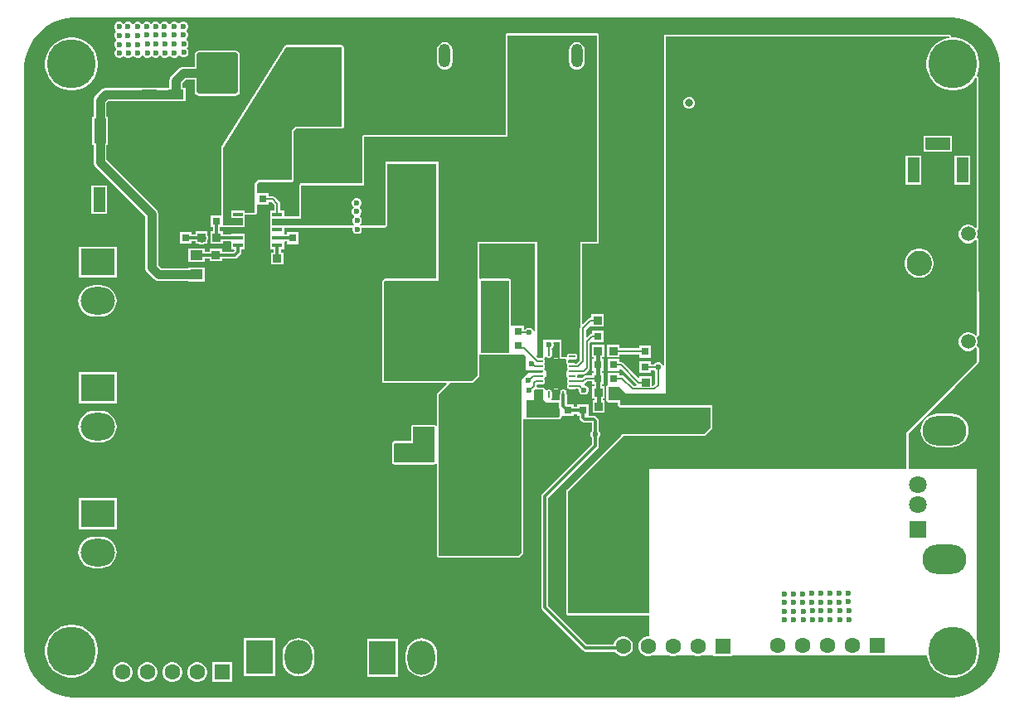
<source format=gbr>
%TF.GenerationSoftware,Altium Limited,Altium Designer,22.5.1 (42)*%
G04 Layer_Physical_Order=4*
G04 Layer_Color=16711680*
%FSLAX44Y44*%
%MOMM*%
%TF.SameCoordinates,B102F14A-A54C-4FC6-BF91-0F17097562DF*%
%TF.FilePolarity,Positive*%
%TF.FileFunction,Copper,L4,Bot,Signal*%
%TF.Part,Single*%
G01*
G75*
%TA.AperFunction,SMDPad,CuDef*%
%ADD10R,0.8000X0.8000*%
%ADD11R,0.8500X0.8500*%
%ADD12R,0.8000X0.8000*%
G04:AMPARAMS|DCode=13|XSize=4.2mm|YSize=4.2mm|CornerRadius=0.21mm|HoleSize=0mm|Usage=FLASHONLY|Rotation=180.000|XOffset=0mm|YOffset=0mm|HoleType=Round|Shape=RoundedRectangle|*
%AMROUNDEDRECTD13*
21,1,4.2000,3.7800,0,0,180.0*
21,1,3.7800,4.2000,0,0,180.0*
1,1,0.4200,-1.8900,1.8900*
1,1,0.4200,1.8900,1.8900*
1,1,0.4200,1.8900,-1.8900*
1,1,0.4200,-1.8900,-1.8900*
%
%ADD13ROUNDEDRECTD13*%
%ADD23R,1.0000X1.6000*%
%ADD26R,0.8500X0.8500*%
%ADD27R,1.6000X1.0000*%
%TA.AperFunction,Conductor*%
%ADD30C,0.3810*%
%TA.AperFunction,ComponentPad*%
%ADD31R,2.5500X2.5500*%
%ADD32C,2.5500*%
%ADD33C,1.5080*%
%ADD34C,0.3000*%
%ADD35O,3.5000X2.8000*%
%ADD36R,3.5000X2.8000*%
%ADD37R,2.5000X1.2000*%
%ADD38R,1.2000X2.5000*%
%ADD39C,1.6000*%
%ADD40R,1.6000X1.6000*%
%ADD41C,1.8000*%
%ADD42R,1.8000X1.8000*%
%ADD43O,4.5000X3.0000*%
%ADD44C,3.7160*%
%ADD45R,3.7160X3.7160*%
%ADD46O,1.2000X2.4000*%
%ADD47C,5.0000*%
%ADD48O,2.8000X3.5000*%
%ADD49R,2.8000X3.5000*%
%TA.AperFunction,ViaPad*%
%ADD50C,0.6000*%
%ADD51C,0.8000*%
%TA.AperFunction,Conductor*%
%ADD53C,0.2000*%
%TA.AperFunction,SMDPad,CuDef*%
%ADD54R,1.0000X0.4000*%
%ADD55R,2.6000X3.0000*%
%ADD56R,1.2500X1.0000*%
%ADD57R,5.3500X3.6000*%
%ADD58R,1.8500X1.5000*%
%ADD59R,3.0000X2.0000*%
G04:AMPARAMS|DCode=60|XSize=0.24mm|YSize=0.6mm|CornerRadius=0.03mm|HoleSize=0mm|Usage=FLASHONLY|Rotation=180.000|XOffset=0mm|YOffset=0mm|HoleType=Round|Shape=RoundedRectangle|*
%AMROUNDEDRECTD60*
21,1,0.2400,0.5400,0,0,180.0*
21,1,0.1800,0.6000,0,0,180.0*
1,1,0.0600,-0.0900,0.2700*
1,1,0.0600,0.0900,0.2700*
1,1,0.0600,0.0900,-0.2700*
1,1,0.0600,-0.0900,-0.2700*
%
%ADD60ROUNDEDRECTD60*%
G04:AMPARAMS|DCode=61|XSize=0.6mm|YSize=0.24mm|CornerRadius=0.03mm|HoleSize=0mm|Usage=FLASHONLY|Rotation=180.000|XOffset=0mm|YOffset=0mm|HoleType=Round|Shape=RoundedRectangle|*
%AMROUNDEDRECTD61*
21,1,0.6000,0.1800,0,0,180.0*
21,1,0.5400,0.2400,0,0,180.0*
1,1,0.0600,-0.2700,0.0900*
1,1,0.0600,0.2700,0.0900*
1,1,0.0600,0.2700,-0.0900*
1,1,0.0600,-0.2700,-0.0900*
%
%ADD61ROUNDEDRECTD61*%
G04:AMPARAMS|DCode=62|XSize=2.05mm|YSize=3.05mm|CornerRadius=0.0513mm|HoleSize=0mm|Usage=FLASHONLY|Rotation=180.000|XOffset=0mm|YOffset=0mm|HoleType=Round|Shape=RoundedRectangle|*
%AMROUNDEDRECTD62*
21,1,2.0500,2.9475,0,0,180.0*
21,1,1.9475,3.0500,0,0,180.0*
1,1,0.1025,-0.9738,1.4738*
1,1,0.1025,0.9738,1.4738*
1,1,0.1025,0.9738,-1.4738*
1,1,0.1025,-0.9738,-1.4738*
%
%ADD62ROUNDEDRECTD62*%
%ADD63R,2.0000X1.4000*%
%ADD64R,7.0000X7.0000*%
%ADD65R,3.2500X5.0000*%
%TA.AperFunction,Conductor*%
%ADD66C,0.3000*%
%ADD67C,0.9000*%
G36*
X448641Y347881D02*
X455524Y346975D01*
X462230Y345178D01*
X468644Y342521D01*
X474657Y339050D01*
X480164Y334824D01*
X485074Y329914D01*
X489300Y324407D01*
X492771Y318394D01*
X495428Y311980D01*
X497225Y305274D01*
X498131Y298391D01*
Y294920D01*
X498131Y-294920D01*
X498131Y-298391D01*
X497225Y-305274D01*
X495428Y-311980D01*
X492771Y-318394D01*
X489300Y-324407D01*
X485074Y-329915D01*
X480164Y-334824D01*
X474657Y-339050D01*
X468644Y-342521D01*
X462230Y-345178D01*
X455524Y-346975D01*
X448641Y-347881D01*
X-448641D01*
X-455524Y-346975D01*
X-462230Y-345178D01*
X-468644Y-342521D01*
X-474657Y-339050D01*
X-480164Y-334824D01*
X-485074Y-329914D01*
X-489300Y-324407D01*
X-492771Y-318395D01*
X-495428Y-311980D01*
X-497225Y-305274D01*
X-498131Y-298391D01*
Y-294920D01*
Y294920D01*
Y298391D01*
X-497225Y305274D01*
X-495428Y311980D01*
X-492771Y318394D01*
X-489300Y324407D01*
X-485074Y329914D01*
X-480164Y334824D01*
X-474657Y339050D01*
X-468644Y342521D01*
X-462230Y345178D01*
X-455524Y346975D01*
X-448641Y347881D01*
X-445170D01*
X445170Y347881D01*
X448641Y347881D01*
D02*
G37*
%LPC*%
G36*
X-334755Y343500D02*
X-336744D01*
X-338582Y342739D01*
X-339813Y341508D01*
X-340266Y341347D01*
X-341334Y341405D01*
X-342418Y342489D01*
X-344255Y343250D01*
X-346245D01*
X-348082Y342489D01*
X-349489Y341082D01*
X-349490Y341079D01*
X-350760D01*
X-350761Y341082D01*
X-352168Y342489D01*
X-354005Y343250D01*
X-355994D01*
X-357832Y342489D01*
X-358813Y341508D01*
X-359625Y341219D01*
X-360437Y341508D01*
X-361418Y342489D01*
X-363255Y343250D01*
X-365244D01*
X-367082Y342489D01*
X-367795Y341776D01*
X-368625Y341180D01*
X-369455Y341776D01*
X-370168Y342489D01*
X-372005Y343250D01*
X-373994D01*
X-375832Y342489D01*
X-377063Y341258D01*
X-377516Y341097D01*
X-378583Y341155D01*
X-379668Y342239D01*
X-381505Y343000D01*
X-383494D01*
X-385332Y342239D01*
X-386739Y340832D01*
X-386740Y340829D01*
X-388010D01*
X-388011Y340832D01*
X-389418Y342239D01*
X-391255Y343000D01*
X-393245D01*
X-395082Y342239D01*
X-396063Y341258D01*
X-396875Y340970D01*
X-397687Y341258D01*
X-398668Y342239D01*
X-400505Y343000D01*
X-402495D01*
X-404332Y342239D01*
X-405739Y340832D01*
X-406500Y338995D01*
Y337005D01*
X-405739Y335168D01*
X-405026Y334455D01*
X-404430Y333625D01*
X-405026Y332795D01*
X-405739Y332082D01*
X-406500Y330245D01*
Y328256D01*
X-405739Y326418D01*
X-404651Y325330D01*
X-404374Y324799D01*
X-404581Y323740D01*
X-405489Y322832D01*
X-406250Y320995D01*
Y319005D01*
X-405489Y317168D01*
X-404776Y316455D01*
X-404180Y315625D01*
X-404776Y314795D01*
X-405489Y314082D01*
X-406250Y312245D01*
Y310255D01*
X-405489Y308418D01*
X-404082Y307011D01*
X-402244Y306250D01*
X-400255D01*
X-398418Y307011D01*
X-397437Y307992D01*
X-396625Y308281D01*
X-395813Y307992D01*
X-394832Y307011D01*
X-392994Y306250D01*
X-391005D01*
X-389168Y307011D01*
X-387761Y308418D01*
X-387760Y308421D01*
X-386490D01*
X-386489Y308418D01*
X-385082Y307011D01*
X-383245Y306250D01*
X-381255D01*
X-379418Y307011D01*
X-378187Y308242D01*
X-377734Y308403D01*
X-376666Y308345D01*
X-375582Y307261D01*
X-373745Y306500D01*
X-371755D01*
X-369918Y307261D01*
X-369205Y307974D01*
X-368375Y308570D01*
X-367545Y307974D01*
X-366832Y307261D01*
X-364995Y306500D01*
X-363005D01*
X-361168Y307261D01*
X-360187Y308242D01*
X-359375Y308530D01*
X-358563Y308242D01*
X-357582Y307261D01*
X-355745Y306500D01*
X-353755D01*
X-351918Y307261D01*
X-350511Y308668D01*
X-350510Y308671D01*
X-349240D01*
X-349239Y308668D01*
X-347832Y307261D01*
X-345994Y306500D01*
X-344005D01*
X-342168Y307261D01*
X-340937Y308492D01*
X-340484Y308653D01*
X-339416Y308595D01*
X-338332Y307511D01*
X-336494Y306750D01*
X-334505D01*
X-332668Y307511D01*
X-331261Y308918D01*
X-330500Y310755D01*
Y312745D01*
X-331261Y314582D01*
X-331974Y315295D01*
X-332570Y316125D01*
X-331974Y316955D01*
X-331261Y317668D01*
X-330500Y319505D01*
Y321494D01*
X-331261Y323332D01*
X-332349Y324420D01*
X-332626Y324952D01*
X-332419Y326010D01*
X-331511Y326918D01*
X-330750Y328755D01*
Y330745D01*
X-331511Y332582D01*
X-332224Y333295D01*
X-332820Y334125D01*
X-332224Y334955D01*
X-331511Y335668D01*
X-330750Y337505D01*
Y339495D01*
X-331511Y341332D01*
X-332918Y342739D01*
X-334755Y343500D01*
D02*
G37*
G36*
X-69000Y322319D02*
X-71088Y322044D01*
X-73035Y321238D01*
X-74706Y319956D01*
X-75988Y318284D01*
X-76794Y316338D01*
X-77069Y314250D01*
Y302250D01*
X-76794Y300162D01*
X-75988Y298216D01*
X-74706Y296544D01*
X-73035Y295262D01*
X-71088Y294456D01*
X-69000Y294181D01*
X-66912Y294456D01*
X-64966Y295262D01*
X-63294Y296544D01*
X-62012Y298216D01*
X-61206Y300162D01*
X-60931Y302250D01*
Y314250D01*
X-61206Y316338D01*
X-62012Y318284D01*
X-63294Y319956D01*
X-64966Y321238D01*
X-66912Y322044D01*
X-69000Y322319D01*
D02*
G37*
G36*
X-447875Y327000D02*
X-452125D01*
X-456323Y326335D01*
X-460364Y325022D01*
X-464151Y323092D01*
X-467589Y320594D01*
X-470594Y317589D01*
X-473092Y314151D01*
X-475022Y310364D01*
X-476335Y306322D01*
X-477000Y302125D01*
Y297875D01*
X-476335Y293678D01*
X-475022Y289636D01*
X-473092Y285849D01*
X-470594Y282411D01*
X-467589Y279406D01*
X-464151Y276908D01*
X-460364Y274978D01*
X-456323Y273665D01*
X-452125Y273000D01*
X-447875D01*
X-443677Y273665D01*
X-439636Y274978D01*
X-435849Y276908D01*
X-432411Y279406D01*
X-429406Y282411D01*
X-426908Y285849D01*
X-424978Y289636D01*
X-423665Y293678D01*
X-423000Y297875D01*
Y302125D01*
X-423665Y306322D01*
X-424978Y310364D01*
X-426908Y314151D01*
X-429406Y317589D01*
X-432411Y320594D01*
X-435849Y323092D01*
X-439636Y325022D01*
X-443677Y326335D01*
X-447875Y327000D01*
D02*
G37*
G36*
X-282350Y313580D02*
X-320150D01*
X-321750Y313262D01*
X-323106Y312356D01*
X-324012Y311000D01*
X-324330Y309400D01*
Y297056D01*
X-336250D01*
X-337947Y296833D01*
X-339528Y296178D01*
X-340886Y295136D01*
X-348136Y287886D01*
X-349178Y286528D01*
X-349833Y284947D01*
X-350056Y283250D01*
Y275750D01*
X-353500D01*
Y275306D01*
X-360750D01*
Y275750D01*
X-380750D01*
Y275306D01*
X-415250D01*
X-416947Y275083D01*
X-418528Y274428D01*
X-419886Y273386D01*
X-425636Y267636D01*
X-426678Y266278D01*
X-427333Y264697D01*
X-427556Y263000D01*
Y246250D01*
X-429000D01*
Y217250D01*
X-427556D01*
Y199750D01*
X-427333Y198053D01*
X-426678Y196472D01*
X-425636Y195114D01*
X-374806Y144284D01*
Y92000D01*
X-374583Y90303D01*
X-373928Y88722D01*
X-372886Y87364D01*
X-365636Y80114D01*
X-364278Y79072D01*
X-362697Y78417D01*
X-361000Y78194D01*
X-330500D01*
Y77750D01*
X-314000D01*
Y91750D01*
X-330500D01*
Y91306D01*
X-358284D01*
X-361694Y94716D01*
Y147000D01*
X-361917Y148697D01*
X-362572Y150278D01*
X-363614Y151636D01*
X-414444Y202466D01*
Y217250D01*
X-413000D01*
Y246250D01*
X-414444D01*
Y260284D01*
X-412534Y262194D01*
X-380750D01*
Y261750D01*
X-360750D01*
Y262194D01*
X-353500D01*
Y261750D01*
X-333500D01*
Y275750D01*
X-336944D01*
Y280534D01*
X-333534Y283944D01*
X-324330D01*
Y271600D01*
X-324012Y270000D01*
X-323106Y268644D01*
X-321750Y267738D01*
X-320150Y267420D01*
X-282350D01*
X-280750Y267738D01*
X-279394Y268644D01*
X-278488Y270000D01*
X-278170Y271600D01*
Y309400D01*
X-278488Y311000D01*
X-279394Y312356D01*
X-280750Y313262D01*
X-282350Y313580D01*
D02*
G37*
G36*
X-413750Y176000D02*
X-429750D01*
Y147000D01*
X-413750D01*
Y176000D01*
D02*
G37*
G36*
X86299Y331289D02*
X-4549D01*
X-4746Y331250D01*
X-4947D01*
X-5115Y331217D01*
X-5115D01*
X-5300Y331140D01*
X-5330Y331134D01*
X-5354Y331117D01*
X-5850Y330912D01*
X-6412Y330350D01*
X-6617Y329855D01*
X-6634Y329830D01*
X-6640Y329800D01*
X-6717Y329614D01*
Y329614D01*
X-6750Y329447D01*
Y329246D01*
X-6789Y329049D01*
Y227539D01*
X-151000D01*
X-151780Y227384D01*
X-152030Y227280D01*
X-152692Y226838D01*
X-153134Y226177D01*
X-153289Y225396D01*
Y178039D01*
X-215500D01*
X-216280Y177884D01*
X-216942Y177442D01*
X-217384Y176780D01*
X-217539Y176000D01*
Y173250D01*
Y144289D01*
X-233000D01*
Y150500D01*
X-237005D01*
Y157314D01*
X-237238Y158484D01*
X-237901Y159477D01*
X-237901Y159477D01*
X-242587Y164163D01*
X-243580Y164826D01*
X-244750Y165059D01*
X-244750Y165059D01*
X-248500D01*
Y168000D01*
X-260500Y168000D01*
X-260961Y169079D01*
Y177405D01*
X-258905Y179461D01*
X-225250D01*
X-224470Y179616D01*
X-223808Y180058D01*
X-223366Y180720D01*
X-223211Y181500D01*
Y231405D01*
X-220655Y233961D01*
X-174000D01*
X-173220Y234116D01*
X-172558Y234558D01*
X-172116Y235220D01*
X-171961Y236000D01*
Y317000D01*
X-171961Y317000D01*
X-172116Y317780D01*
X-172558Y318442D01*
X-172558Y318442D01*
X-172808Y318692D01*
X-173470Y319134D01*
X-174250Y319289D01*
X-230679D01*
X-230907Y319244D01*
X-231140Y319236D01*
X-231293Y319167D01*
X-231459Y319134D01*
X-231652Y319005D01*
X-231865Y318909D01*
X-231980Y318786D01*
X-232120Y318692D01*
X-232250Y318498D01*
X-232409Y318329D01*
X-296730Y215146D01*
X-296790Y214988D01*
X-296884Y214848D01*
X-296929Y214620D01*
X-297012Y214402D01*
X-297006Y214233D01*
X-297039Y214068D01*
Y145000D01*
X-308250D01*
Y133000D01*
X-305819D01*
Y128750D01*
X-308000D01*
Y116250D01*
X-295500D01*
Y118931D01*
X-288091D01*
X-287000Y118500D01*
X-287000Y117230D01*
Y110500D01*
X-284168D01*
X-283817Y109230D01*
X-284728Y108319D01*
X-296500D01*
Y111000D01*
X-309000D01*
Y108319D01*
X-314000D01*
Y111750D01*
X-330500D01*
Y97750D01*
X-314000D01*
Y101181D01*
X-309000D01*
Y98500D01*
X-296500D01*
Y101181D01*
X-283250D01*
X-281884Y101453D01*
X-280727Y102227D01*
X-277477Y105477D01*
X-276703Y106634D01*
X-276431Y108000D01*
Y110500D01*
X-273000D01*
Y117230D01*
X-273000Y118500D01*
X-273000Y119770D01*
Y126500D01*
X-287000D01*
Y126069D01*
X-295500D01*
Y128750D01*
X-298681D01*
Y133000D01*
X-296250D01*
X-296250Y133000D01*
Y133000D01*
X-295000Y133211D01*
X-275000D01*
X-274220Y133366D01*
X-273558Y133808D01*
X-273116Y134470D01*
X-273110Y134500D01*
X-273000D01*
Y135053D01*
X-272961Y135250D01*
Y142500D01*
X-273000Y142697D01*
Y145961D01*
X-263000D01*
X-262220Y146116D01*
X-261558Y146558D01*
X-261116Y147220D01*
X-260961Y148000D01*
Y154921D01*
X-260500Y156000D01*
X-259691Y156000D01*
X-248500D01*
Y158941D01*
X-246017D01*
X-243123Y156047D01*
Y150500D01*
X-247000D01*
Y142500D01*
X-247000Y142500D01*
X-247039Y142250D01*
Y134750D01*
X-247000Y134553D01*
Y127770D01*
X-247000Y126500D01*
X-247000Y125230D01*
X-247000Y118500D01*
X-247000Y117230D01*
Y110500D01*
X-243569D01*
Y107500D01*
X-246250D01*
Y95000D01*
X-233750D01*
Y107500D01*
X-236431D01*
Y110500D01*
X-233000D01*
Y117230D01*
X-233000Y118500D01*
X-231909Y118931D01*
X-230250D01*
Y116000D01*
X-218250D01*
Y128000D01*
X-230250D01*
Y126069D01*
X-231909D01*
X-233000Y126500D01*
X-233000Y127770D01*
Y132711D01*
X-163811D01*
X-163500Y132245D01*
Y130255D01*
X-162739Y128418D01*
X-161332Y127011D01*
X-159495Y126250D01*
X-157505D01*
X-155668Y127011D01*
X-154261Y128418D01*
X-153500Y130255D01*
Y132245D01*
X-153188Y132711D01*
X-130709D01*
X-130439Y132765D01*
X-130164Y132785D01*
X-130052Y132842D01*
X-129929Y132866D01*
X-129700Y133019D01*
X-129453Y133144D01*
X-128494Y133893D01*
X-128412Y133989D01*
X-128308Y134058D01*
X-128155Y134287D01*
X-127975Y134496D01*
X-127936Y134615D01*
X-127866Y134720D01*
X-127812Y134990D01*
X-127726Y135252D01*
X-127735Y135377D01*
X-127711Y135500D01*
Y197961D01*
X-77289D01*
Y80539D01*
X-129549D01*
X-129746Y80500D01*
X-129947D01*
X-130133Y80463D01*
X-130133Y80463D01*
X-130133D01*
X-130318Y80386D01*
X-130330Y80384D01*
X-130339Y80378D01*
X-130661Y80244D01*
X-130672Y80242D01*
X-130682Y80236D01*
X-130868Y80159D01*
X-130868Y80159D01*
X-131025Y80054D01*
X-131167Y79911D01*
X-131334Y79800D01*
X-131565Y79569D01*
X-131721Y79334D01*
X-131904Y79119D01*
X-132532Y77992D01*
X-132568Y77879D01*
X-132634Y77780D01*
X-132689Y77503D01*
X-132776Y77234D01*
X-132766Y77116D01*
X-132789Y77000D01*
Y76328D01*
Y-23799D01*
X-132750Y-23996D01*
Y-24197D01*
X-132717Y-24365D01*
Y-24365D01*
X-132640Y-24550D01*
X-132634Y-24580D01*
X-132617Y-24604D01*
X-132412Y-25100D01*
X-131849Y-25662D01*
X-131355Y-25867D01*
X-131330Y-25884D01*
X-131300Y-25890D01*
X-131114Y-25967D01*
X-131114D01*
X-130947Y-26000D01*
X-130746D01*
X-130549Y-26039D01*
X-103201D01*
X-103004Y-26000D01*
X-102803D01*
X-102602Y-25960D01*
X-102552Y-25939D01*
X-79448D01*
X-79398Y-25960D01*
X-79197Y-26000D01*
X-78996D01*
X-78799Y-26039D01*
X-67582D01*
X-67096Y-27213D01*
X-76192Y-36308D01*
X-76634Y-36970D01*
X-76789Y-37750D01*
Y-69031D01*
X-78059Y-69557D01*
X-78308Y-69308D01*
X-78970Y-68866D01*
X-79750Y-68711D01*
X-101000D01*
X-101780Y-68866D01*
X-102442Y-69308D01*
X-102884Y-69970D01*
X-103039Y-70750D01*
Y-85211D01*
X-119846D01*
X-119853Y-85212D01*
X-119859Y-85211D01*
X-120243Y-85290D01*
X-120627Y-85366D01*
X-120632Y-85370D01*
X-120638Y-85371D01*
X-120961Y-85589D01*
X-121288Y-85808D01*
X-121292Y-85814D01*
X-121297Y-85817D01*
X-122190Y-86721D01*
X-122193Y-86726D01*
X-122198Y-86730D01*
X-122412Y-87058D01*
X-122627Y-87385D01*
X-122629Y-87391D01*
X-122632Y-87397D01*
X-122704Y-87780D01*
X-122778Y-88166D01*
X-122776Y-88173D01*
X-122778Y-88179D01*
X-122539Y-107275D01*
X-122459Y-107653D01*
X-122384Y-108030D01*
X-122377Y-108041D01*
X-122374Y-108054D01*
X-122156Y-108371D01*
X-121942Y-108692D01*
X-121931Y-108699D01*
X-121924Y-108710D01*
X-121601Y-108920D01*
X-121280Y-109134D01*
X-121268Y-109136D01*
X-121257Y-109144D01*
X-120878Y-109214D01*
X-120500Y-109289D01*
X-79750D01*
X-79750Y-109289D01*
X-78970Y-109134D01*
X-78308Y-108692D01*
X-78059Y-108443D01*
X-76789Y-108969D01*
Y-202500D01*
X-76634Y-203280D01*
X-76192Y-203942D01*
X-75530Y-204384D01*
X-74750Y-204539D01*
X6250D01*
X6250Y-204539D01*
X7030Y-204384D01*
X7692Y-203942D01*
X7692Y-203942D01*
X10692Y-200942D01*
X11134Y-200280D01*
X11289Y-199500D01*
Y-62631D01*
X12559Y-62319D01*
X12808Y-62692D01*
X13470Y-63134D01*
X14250Y-63289D01*
X47000D01*
X47780Y-63134D01*
X48442Y-62692D01*
X48442Y-62692D01*
X49942Y-61192D01*
X50270Y-60701D01*
X51250Y-60000D01*
X63250D01*
Y-57569D01*
X66250D01*
Y-60000D01*
X68681D01*
Y-61473D01*
X68953Y-62838D01*
X69727Y-63996D01*
X71484Y-65753D01*
X72642Y-66527D01*
X74007Y-66799D01*
X81181D01*
Y-74998D01*
X80511Y-75668D01*
X79750Y-77505D01*
Y-79495D01*
X80511Y-81332D01*
X81181Y-82002D01*
Y-88622D01*
X30477Y-139327D01*
X29703Y-140485D01*
X29431Y-141850D01*
Y-255100D01*
X29703Y-256466D01*
X30477Y-257624D01*
X72477Y-299624D01*
X73634Y-300397D01*
X75000Y-300669D01*
X105026D01*
X105298Y-301140D01*
X107160Y-303002D01*
X109440Y-304319D01*
X111983Y-305000D01*
X114616D01*
X117160Y-304319D01*
X119440Y-303002D01*
X121302Y-301140D01*
X122619Y-298860D01*
X123300Y-296317D01*
Y-293683D01*
X122619Y-291140D01*
X121302Y-288860D01*
X119440Y-286998D01*
X117160Y-285681D01*
X114616Y-285000D01*
X111983D01*
X109440Y-285681D01*
X107160Y-286998D01*
X105298Y-288860D01*
X103982Y-291140D01*
X103341Y-293532D01*
X76478D01*
X36569Y-253622D01*
Y-143328D01*
X87273Y-92624D01*
X88047Y-91466D01*
X88319Y-90100D01*
Y-82002D01*
X88989Y-81332D01*
X89750Y-79495D01*
Y-77505D01*
X88989Y-75668D01*
X88319Y-74998D01*
Y-64987D01*
X88047Y-63622D01*
X87273Y-62464D01*
X85516Y-60707D01*
X84358Y-59933D01*
X82993Y-59661D01*
X78250D01*
Y-48000D01*
X66250D01*
Y-50431D01*
X63250D01*
Y-48000D01*
X55819D01*
Y-38000D01*
X55547Y-36634D01*
X55495Y-36557D01*
Y-35300D01*
X55317Y-34403D01*
X54808Y-33642D01*
X54047Y-33133D01*
X53150Y-32955D01*
X51350D01*
X50453Y-33133D01*
X49692Y-33642D01*
X49184Y-34403D01*
X49005Y-35300D01*
Y-36557D01*
X48953Y-36634D01*
X48681Y-38000D01*
Y-42619D01*
X47662Y-43711D01*
X40070D01*
X39685Y-42441D01*
X39808Y-42358D01*
X40317Y-41597D01*
X40495Y-40700D01*
Y-35300D01*
X40317Y-34403D01*
X39808Y-33642D01*
X39047Y-33133D01*
X38150Y-32955D01*
X36350D01*
X35453Y-33133D01*
X35059Y-33396D01*
X33885Y-32920D01*
X33789Y-32834D01*
Y-32750D01*
X33634Y-31970D01*
X33192Y-31308D01*
X32530Y-30866D01*
X31750Y-30711D01*
X26068D01*
X25081Y-29441D01*
X25134Y-29176D01*
Y-28457D01*
X25550Y-27245D01*
X30950D01*
X31847Y-27067D01*
X32608Y-26558D01*
X33117Y-25797D01*
X33295Y-24900D01*
Y-23100D01*
X33117Y-22203D01*
X32647Y-21500D01*
X33117Y-20797D01*
X33295Y-19900D01*
Y-19541D01*
X34565Y-19015D01*
X35017Y-19467D01*
X36304Y-20000D01*
X37696D01*
X38983Y-19467D01*
X39967Y-18483D01*
X40500Y-17196D01*
Y-15804D01*
X39967Y-14517D01*
X38983Y-13533D01*
X37696Y-13000D01*
X36304D01*
X35017Y-13533D01*
X34565Y-13985D01*
X33295Y-13459D01*
Y-13100D01*
X33117Y-12203D01*
X32647Y-11500D01*
X33117Y-10797D01*
X33295Y-9900D01*
Y-8100D01*
X33117Y-7203D01*
X32647Y-6500D01*
X33117Y-5797D01*
X33295Y-4900D01*
Y-3100D01*
X33117Y-2203D01*
X32710Y-1594D01*
X32756Y-1525D01*
X32898Y-1383D01*
X32908Y-1368D01*
X32909Y-1368D01*
X32909Y-1367D01*
X32986Y-1182D01*
X33087Y-1030D01*
X33122Y-852D01*
X33128Y-839D01*
X33134Y-830D01*
X33136Y-818D01*
X33213Y-633D01*
Y-632D01*
X33213Y-632D01*
X33250Y-447D01*
Y-246D01*
X33289Y-49D01*
Y71D01*
X33295Y100D01*
Y446D01*
X34565Y831D01*
X34692Y642D01*
X35453Y133D01*
X36350Y-45D01*
X38150D01*
X39047Y133D01*
X39808Y642D01*
X40317Y1403D01*
X40495Y2300D01*
Y7700D01*
X40317Y8597D01*
X40309Y8609D01*
Y8988D01*
X41489Y10168D01*
X42250Y12005D01*
Y13995D01*
X41962Y14691D01*
X42810Y15961D01*
X48211D01*
Y1000D01*
X48250Y803D01*
Y602D01*
X48283Y435D01*
Y435D01*
X48360Y249D01*
X48366Y220D01*
X48383Y195D01*
X48588Y-301D01*
X49151Y-863D01*
X49645Y-1068D01*
X49670Y-1085D01*
X49700Y-1091D01*
X49886Y-1168D01*
X49886D01*
X50053Y-1201D01*
X50254D01*
X50451Y-1240D01*
X54334D01*
X54857Y-1753D01*
X55113Y-2133D01*
X55179Y-2469D01*
X55165Y-2489D01*
X55152Y-2555D01*
X55145Y-2576D01*
X55111Y-2637D01*
X55110Y-2639D01*
X55104Y-2690D01*
X55049Y-2843D01*
X55047Y-2857D01*
Y-2857D01*
X55045Y-2863D01*
X55047Y-2891D01*
X55038Y-2918D01*
X55025Y-3027D01*
X55034Y-3147D01*
X55010Y-3270D01*
Y-4910D01*
X55013Y-4924D01*
X55013Y-4924D01*
X55046Y-5094D01*
X55044Y-5279D01*
X55047Y-5294D01*
X55126Y-5494D01*
X55168Y-5705D01*
X55272Y-5860D01*
X55341Y-6033D01*
X55490Y-6187D01*
X55610Y-6366D01*
X55620Y-6376D01*
X55775Y-6479D01*
X55895Y-6604D01*
X56384Y-7203D01*
X56205Y-8100D01*
Y-9900D01*
X56384Y-10797D01*
X56853Y-11500D01*
X56384Y-12203D01*
X56205Y-13100D01*
Y-13459D01*
X54935Y-13985D01*
X54483Y-13533D01*
X53196Y-13000D01*
X51804D01*
X50517Y-13533D01*
X49533Y-14517D01*
X49000Y-15804D01*
Y-17196D01*
X49533Y-18483D01*
X50517Y-19467D01*
X51804Y-20000D01*
X53196D01*
X54483Y-19467D01*
X54935Y-19015D01*
X56205Y-19541D01*
Y-19900D01*
X56384Y-20797D01*
X56853Y-21500D01*
X56384Y-22203D01*
X56205Y-23100D01*
Y-24900D01*
X56384Y-25797D01*
X56853Y-26500D01*
X56384Y-27203D01*
X56205Y-28100D01*
Y-29900D01*
X56384Y-30797D01*
X56892Y-31558D01*
X57653Y-32067D01*
X58550Y-32245D01*
X63950D01*
X64847Y-32067D01*
X64859Y-32059D01*
X67248D01*
X68000Y-32811D01*
Y-33995D01*
X68761Y-35832D01*
X70168Y-37239D01*
X72005Y-38000D01*
X73995D01*
X75832Y-37239D01*
X77239Y-35832D01*
X78000Y-33995D01*
Y-32005D01*
X77239Y-30168D01*
X75832Y-28761D01*
X74026Y-28013D01*
X73821Y-27293D01*
X73835Y-26730D01*
X74684Y-26163D01*
X76538Y-24309D01*
X81250D01*
Y-27250D01*
X83644D01*
Y-29500D01*
X81750D01*
Y-42000D01*
X84143D01*
Y-43750D01*
X82000D01*
Y-56250D01*
X94500D01*
Y-43750D01*
X92107D01*
Y-42000D01*
X94250D01*
Y-29500D01*
X91607D01*
Y-27250D01*
X93250D01*
Y-15250D01*
X91231D01*
Y-13500D01*
X93250D01*
Y-1500D01*
X91482D01*
Y500D01*
X94000D01*
Y13000D01*
X81500D01*
Y500D01*
X83518D01*
Y-1500D01*
X81250D01*
Y-13500D01*
X83268D01*
Y-15250D01*
X81250D01*
Y-18191D01*
X75271D01*
X74100Y-18424D01*
X73108Y-19087D01*
X73108Y-19087D01*
X71254Y-20941D01*
X67383D01*
X66295Y-19900D01*
Y-18100D01*
X67383Y-17059D01*
X72750D01*
X72750Y-17059D01*
X73920Y-16826D01*
X74913Y-16163D01*
X78413Y-12663D01*
X79076Y-11671D01*
X79309Y-10500D01*
X79309Y-10500D01*
Y14983D01*
X80420Y16094D01*
X81250Y15750D01*
Y15750D01*
X93250D01*
Y27750D01*
X81250D01*
Y24509D01*
X80330Y24326D01*
X79337Y23663D01*
X79337Y23663D01*
X76307Y20633D01*
X75134Y21119D01*
Y28576D01*
X79577Y33019D01*
X80750Y32533D01*
Y31750D01*
X93250D01*
Y44250D01*
X80750D01*
Y41707D01*
X79982Y40809D01*
X78811Y40576D01*
X77819Y39913D01*
X77819Y39913D01*
X72463Y34556D01*
X71289Y35042D01*
Y116461D01*
X86500D01*
X87280Y116616D01*
X87942Y117058D01*
X88384Y117720D01*
X88539Y118500D01*
Y329049D01*
X88500Y329246D01*
Y329447D01*
X88467Y329615D01*
Y329615D01*
X88390Y329800D01*
X88384Y329829D01*
X88367Y329855D01*
X88162Y330350D01*
X87599Y330912D01*
X87105Y331117D01*
X87080Y331134D01*
X87050Y331140D01*
X86864Y331217D01*
X86864D01*
X86697Y331250D01*
X86496D01*
X86299Y331289D01*
D02*
G37*
G36*
X-317250Y129056D02*
X-318947Y128833D01*
X-319146Y128750D01*
X-323500D01*
Y125819D01*
X-327500D01*
Y128250D01*
X-339500D01*
Y116250D01*
X-327500D01*
Y118681D01*
X-323500D01*
Y116250D01*
X-320000D01*
X-319197Y115917D01*
X-317500Y115694D01*
X-315803Y115917D01*
X-315000Y116250D01*
X-311000D01*
Y120604D01*
X-310917Y120803D01*
X-310694Y122500D01*
X-310917Y124197D01*
X-311000Y124396D01*
Y128750D01*
X-315354D01*
X-315553Y128833D01*
X-317250Y129056D01*
D02*
G37*
G36*
X-404000Y113500D02*
X-443000D01*
Y81500D01*
X-404000D01*
Y113500D01*
D02*
G37*
G36*
X-420000Y73977D02*
X-427000D01*
X-430136Y73668D01*
X-433153Y72754D01*
X-435932Y71268D01*
X-438368Y69268D01*
X-440368Y66832D01*
X-441854Y64053D01*
X-442769Y61037D01*
X-443077Y57900D01*
X-442769Y54763D01*
X-441854Y51747D01*
X-440368Y48968D01*
X-438368Y46532D01*
X-435932Y44532D01*
X-433153Y43046D01*
X-430136Y42132D01*
X-427000Y41823D01*
X-420000D01*
X-416864Y42132D01*
X-413847Y43046D01*
X-411068Y44532D01*
X-408632Y46532D01*
X-406632Y48968D01*
X-405146Y51747D01*
X-404231Y54763D01*
X-403923Y57900D01*
X-404231Y61037D01*
X-405146Y64053D01*
X-406632Y66832D01*
X-408632Y69268D01*
X-411068Y71268D01*
X-413847Y72754D01*
X-416864Y73668D01*
X-420000Y73977D01*
D02*
G37*
G36*
X109500Y13000D02*
X97000D01*
Y500D01*
X109500D01*
Y3316D01*
X130000D01*
Y0D01*
X142000D01*
Y12000D01*
X130000D01*
Y9434D01*
X109500D01*
Y13000D01*
D02*
G37*
G36*
X45446Y-250D02*
X44054D01*
X42767Y-783D01*
X41783Y-1767D01*
X41250Y-3054D01*
Y-4446D01*
X41783Y-5733D01*
X42767Y-6717D01*
X44054Y-7250D01*
X45446D01*
X46733Y-6717D01*
X47717Y-5733D01*
X48250Y-4446D01*
Y-3054D01*
X47717Y-1767D01*
X46733Y-783D01*
X45446Y-250D01*
D02*
G37*
G36*
X446070Y330039D02*
X157000D01*
X156220Y329884D01*
X155558Y329442D01*
X155116Y328780D01*
X154961Y328000D01*
Y37250D01*
Y33574D01*
Y-8006D01*
X153691Y-8259D01*
X153239Y-7168D01*
X151832Y-5761D01*
X149995Y-5000D01*
X148005D01*
X146168Y-5761D01*
X144988Y-6941D01*
X142000D01*
Y-4000D01*
X130000D01*
Y-16000D01*
X142000D01*
Y-13059D01*
X144988D01*
X145941Y-14012D01*
Y-26983D01*
X143963Y-28961D01*
X142500D01*
Y-19250D01*
X130000D01*
Y-20515D01*
X128827Y-21001D01*
X113163Y-5337D01*
X112170Y-4674D01*
X111000Y-4441D01*
X111000Y-4441D01*
X109250D01*
Y-1500D01*
X97250D01*
Y-13500D01*
X109250D01*
Y-11872D01*
X110520Y-11346D01*
X126837Y-27663D01*
X126837Y-27663D01*
X126880Y-27691D01*
X126494Y-28961D01*
X124287D01*
X114413Y-19087D01*
X113421Y-18424D01*
X112250Y-18191D01*
X112250Y-18191D01*
X109250D01*
Y-15250D01*
X97250D01*
Y-26646D01*
X97250Y-27250D01*
X96656Y-28274D01*
X96605Y-28308D01*
X96605Y-28308D01*
X96499Y-28467D01*
X96362Y-28601D01*
X96362Y-28602D01*
X96358Y-28610D01*
X96352Y-28616D01*
X96275Y-28803D01*
X96163Y-28970D01*
X96128Y-29148D01*
X96128Y-29149D01*
X96123Y-29161D01*
X96122Y-29162D01*
X96116Y-29171D01*
X96113Y-29188D01*
X96051Y-29334D01*
X96051Y-29343D01*
X96047Y-29351D01*
X96013Y-29521D01*
X96000Y-29552D01*
X96000Y-29753D01*
X95961Y-29951D01*
Y-43299D01*
X95985Y-43423D01*
X95985Y-43424D01*
X96000Y-43496D01*
X96000Y-43697D01*
X96025Y-43821D01*
X96043Y-43865D01*
Y-43866D01*
X96077Y-44038D01*
Y-44038D01*
X96077Y-44038D01*
X96077Y-44039D01*
X96136Y-44180D01*
X96141Y-44204D01*
X96159Y-44248D01*
X96163Y-44254D01*
X96198Y-44427D01*
X96305Y-44587D01*
X96382Y-44773D01*
X96386Y-44779D01*
X96528Y-44921D01*
X96640Y-45089D01*
X96640Y-45089D01*
X96667Y-45107D01*
X96667Y-45107D01*
X96807Y-45200D01*
X96948Y-45342D01*
X96975Y-45360D01*
X97076Y-45402D01*
X97119Y-45440D01*
X97217Y-45474D01*
X97301Y-45531D01*
X97302Y-45531D01*
X97329Y-45549D01*
X97377Y-45569D01*
X97507Y-45623D01*
X97507Y-45623D01*
X97524Y-45634D01*
X97685Y-45666D01*
X97697Y-45672D01*
X97716Y-45672D01*
X97721Y-45673D01*
X97907Y-45750D01*
X98107D01*
X98304Y-45789D01*
X107961D01*
Y-48549D01*
X107975Y-48621D01*
X107966Y-48694D01*
X108000Y-48818D01*
X108000Y-48946D01*
X108077Y-49132D01*
X108116Y-49330D01*
X108133Y-49355D01*
X108133Y-49355D01*
X108175Y-49456D01*
X108176Y-49461D01*
X108178Y-49463D01*
X108179Y-49467D01*
X108274Y-49609D01*
X108304Y-49682D01*
X108321Y-49707D01*
X108377Y-49762D01*
X108621Y-50129D01*
X108987Y-50373D01*
X109043Y-50429D01*
X109068Y-50445D01*
X109097Y-50458D01*
X109121Y-50480D01*
X109181Y-50503D01*
X109283Y-50571D01*
X109395Y-50617D01*
X109395Y-50617D01*
X109420Y-50634D01*
X109617Y-50673D01*
X109803Y-50750D01*
X109835D01*
X109866Y-50761D01*
X109866Y-50761D01*
X110035Y-50756D01*
X110201Y-50789D01*
X202461D01*
Y-71655D01*
X196155Y-77961D01*
X113951D01*
X113754Y-78000D01*
X113554Y-78000D01*
X113507Y-78019D01*
X113456Y-78022D01*
X113319Y-78087D01*
X113170Y-78116D01*
X113161Y-78123D01*
X112839Y-78256D01*
X112828Y-78258D01*
X112661Y-78369D01*
X112476Y-78446D01*
X112334Y-78588D01*
X112166Y-78700D01*
X112166D01*
X112166Y-78700D01*
X111616Y-79250D01*
X111250D01*
Y-79616D01*
X111250Y-79616D01*
X93059Y-97808D01*
X93059Y-97808D01*
X83963Y-106903D01*
X83963Y-106903D01*
X56676Y-134190D01*
X56676Y-134191D01*
X55842Y-135024D01*
X55842D01*
X55842Y-135024D01*
X55700Y-135166D01*
X55589Y-135332D01*
X55447Y-135474D01*
X55370Y-135660D01*
X55258Y-135828D01*
X55256Y-135839D01*
X55122Y-136161D01*
X55116Y-136171D01*
X55086Y-136319D01*
X55022Y-136456D01*
X55022Y-136456D01*
X55019Y-136507D01*
X55000Y-136554D01*
X55000Y-136754D01*
X54961Y-136951D01*
Y-261299D01*
X54975Y-261371D01*
X54966Y-261444D01*
X55000Y-261568D01*
X55000Y-261696D01*
X55077Y-261882D01*
X55116Y-262080D01*
X55133Y-262104D01*
X55133Y-262105D01*
X55175Y-262206D01*
X55176Y-262211D01*
X55178Y-262213D01*
X55179Y-262217D01*
X55274Y-262359D01*
X55304Y-262432D01*
X55321Y-262456D01*
X55377Y-262512D01*
X55621Y-262879D01*
X55987Y-263123D01*
X56042Y-263179D01*
X56068Y-263195D01*
X56097Y-263208D01*
X56121Y-263230D01*
X56181Y-263253D01*
X56283Y-263321D01*
X56395Y-263367D01*
X56395Y-263367D01*
X56420Y-263384D01*
X56617Y-263423D01*
X56803Y-263500D01*
X56835D01*
X56865Y-263511D01*
X56866Y-263512D01*
X57035Y-263506D01*
X57201Y-263539D01*
X140250D01*
Y-284821D01*
X140016Y-285000D01*
X137383D01*
X134840Y-285681D01*
X132560Y-286998D01*
X130698Y-288860D01*
X129382Y-291140D01*
X128700Y-293683D01*
Y-296317D01*
X129382Y-298860D01*
X130698Y-301140D01*
X132560Y-303002D01*
X134840Y-304319D01*
X137383Y-305000D01*
X140016D01*
X142560Y-304319D01*
X143111Y-304000D01*
X159689D01*
X160240Y-304319D01*
X162784Y-305000D01*
X165417D01*
X167960Y-304319D01*
X168512Y-304000D01*
X185089D01*
X185640Y-304319D01*
X188183Y-305000D01*
X190816D01*
X193360Y-304319D01*
X193911Y-304000D01*
X204900D01*
Y-305000D01*
X224900D01*
Y-304000D01*
X267917D01*
X269783Y-304500D01*
X272416D01*
X274282Y-304000D01*
X293318D01*
X295184Y-304500D01*
X297817D01*
X299682Y-304000D01*
X318717D01*
X320583Y-304500D01*
X323217D01*
X325082Y-304000D01*
X344118D01*
X345984Y-304500D01*
X348616D01*
X350482Y-304000D01*
X362700D01*
Y-304500D01*
X382700D01*
Y-304000D01*
X423297D01*
X423665Y-306322D01*
X424978Y-310364D01*
X426908Y-314151D01*
X429406Y-317589D01*
X432411Y-320594D01*
X435849Y-323092D01*
X439636Y-325022D01*
X443677Y-326335D01*
X447875Y-327000D01*
X452125D01*
X456323Y-326335D01*
X460364Y-325022D01*
X464151Y-323092D01*
X467589Y-320594D01*
X470594Y-317589D01*
X473092Y-314151D01*
X475022Y-310364D01*
X476335Y-306322D01*
X477000Y-302125D01*
Y-297875D01*
X476335Y-293678D01*
X475022Y-289636D01*
X474500Y-288611D01*
Y-114204D01*
X404539D01*
Y-77095D01*
X404539Y-77094D01*
X452046Y-29588D01*
X475800Y-5834D01*
X475911Y-5667D01*
X476053Y-5525D01*
X476103Y-5406D01*
X476182Y-5304D01*
X476201Y-5233D01*
X476242Y-5172D01*
X476244Y-5161D01*
X476377Y-4839D01*
X476377Y-4839D01*
X476384Y-4830D01*
X476413Y-4681D01*
X476478Y-4544D01*
X476478Y-4544D01*
X476481Y-4494D01*
X476500Y-4448D01*
X476500Y-4247D01*
X476539Y-4049D01*
Y9221D01*
X476534Y9246D01*
Y9419D01*
X476500Y9590D01*
Y9618D01*
X476495Y9643D01*
X476490Y9657D01*
X476484Y9867D01*
X476413Y10027D01*
X476379Y10199D01*
X476253Y10387D01*
X476161Y10595D01*
X476034Y10715D01*
X475937Y10861D01*
X475762Y10977D01*
X475754Y10989D01*
X475735Y11006D01*
X475712Y11021D01*
X475584Y11143D01*
X475438Y11235D01*
X475419Y11253D01*
X474523Y11819D01*
X474505Y11837D01*
X474190Y12035D01*
X474112Y12087D01*
X474390Y12568D01*
X475040Y14994D01*
Y17506D01*
X474390Y19932D01*
X474113Y20413D01*
X474190Y20465D01*
X474505Y20663D01*
X474523Y20681D01*
X475419Y21247D01*
X475438Y21265D01*
X475584Y21357D01*
X475712Y21479D01*
X475736Y21494D01*
X475754Y21511D01*
X475762Y21523D01*
X475937Y21639D01*
X476034Y21785D01*
X476161Y21905D01*
X476253Y22112D01*
X476379Y22301D01*
X476413Y22473D01*
X476484Y22633D01*
X476489Y22843D01*
X476495Y22856D01*
X476500Y22881D01*
Y22909D01*
X476534Y23081D01*
Y23254D01*
X476539Y23279D01*
Y66799D01*
X476500Y66996D01*
X476500Y67197D01*
X476460Y67398D01*
X476383Y67583D01*
X476344Y67780D01*
X476289Y67862D01*
Y120021D01*
X476245Y120244D01*
X476239Y120472D01*
X476168Y120631D01*
X476134Y120801D01*
X476007Y120990D01*
X475915Y121198D01*
X475789Y121318D01*
X475692Y121463D01*
X475503Y121589D01*
X475337Y121746D01*
X474959Y122074D01*
X474592Y122943D01*
X474591Y123320D01*
X475040Y124994D01*
Y127506D01*
X474591Y129180D01*
X474592Y129557D01*
X474959Y130426D01*
X475337Y130754D01*
X475503Y130911D01*
X475692Y131037D01*
X475789Y131182D01*
X475915Y131302D01*
X476007Y131510D01*
X476134Y131699D01*
X476168Y131869D01*
X476239Y132028D01*
X476245Y132256D01*
X476289Y132479D01*
Y285571D01*
X476258Y285729D01*
X476264Y285890D01*
X476181Y286115D01*
X476134Y286351D01*
X476045Y286485D01*
X475989Y286637D01*
X475826Y286813D01*
X475692Y287013D01*
X475558Y287103D01*
X475449Y287221D01*
X475261Y287307D01*
X475209Y287336D01*
X475030Y287455D01*
X474705Y288160D01*
X474675Y288284D01*
X474633Y288873D01*
X475022Y289636D01*
X476335Y293678D01*
X477000Y297875D01*
Y302125D01*
X476335Y306322D01*
X475022Y310364D01*
X473092Y314151D01*
X470594Y317589D01*
X467589Y320594D01*
X464151Y323092D01*
X460364Y325022D01*
X456323Y326335D01*
X452125Y327000D01*
X448195D01*
X448103Y328160D01*
X448017Y328467D01*
X447954Y328780D01*
X447909Y328848D01*
X447887Y328926D01*
X447690Y329176D01*
X447512Y329442D01*
X447445Y329487D01*
X447395Y329551D01*
X447116Y329707D01*
X446851Y329884D01*
X446771Y329900D01*
X446701Y329939D01*
X446383Y329977D01*
X446070Y330039D01*
D02*
G37*
G36*
X45446Y-25750D02*
X44054D01*
X42767Y-26283D01*
X41783Y-27267D01*
X41250Y-28554D01*
Y-29946D01*
X41783Y-31233D01*
X42767Y-32217D01*
X44054Y-32750D01*
X45446D01*
X46733Y-32217D01*
X47717Y-31233D01*
X48250Y-29946D01*
Y-28554D01*
X47717Y-27267D01*
X46733Y-26283D01*
X45446Y-25750D01*
D02*
G37*
G36*
X-404000Y-15000D02*
X-443000D01*
Y-47000D01*
X-404000D01*
Y-15000D01*
D02*
G37*
G36*
X-420000Y-54523D02*
X-427000D01*
X-430136Y-54832D01*
X-433153Y-55746D01*
X-435932Y-57232D01*
X-438368Y-59232D01*
X-440368Y-61668D01*
X-441854Y-64447D01*
X-442769Y-67463D01*
X-443077Y-70600D01*
X-442769Y-73737D01*
X-441854Y-76753D01*
X-440368Y-79532D01*
X-438368Y-81968D01*
X-435932Y-83968D01*
X-433153Y-85454D01*
X-430136Y-86369D01*
X-427000Y-86677D01*
X-420000D01*
X-416864Y-86369D01*
X-413847Y-85454D01*
X-411068Y-83968D01*
X-408632Y-81968D01*
X-406632Y-79532D01*
X-405146Y-76753D01*
X-404231Y-73737D01*
X-403923Y-70600D01*
X-404231Y-67463D01*
X-405146Y-64447D01*
X-406632Y-61668D01*
X-408632Y-59232D01*
X-411068Y-57232D01*
X-413847Y-55746D01*
X-416864Y-54832D01*
X-420000Y-54523D01*
D02*
G37*
G36*
X449000Y-57518D02*
X434000D01*
X430667Y-57846D01*
X427463Y-58818D01*
X424510Y-60397D01*
X421921Y-62521D01*
X419797Y-65110D01*
X418218Y-68063D01*
X417246Y-71267D01*
X416918Y-74600D01*
X417246Y-77933D01*
X418218Y-81137D01*
X419797Y-84090D01*
X421921Y-86679D01*
X424510Y-88803D01*
X427463Y-90382D01*
X430667Y-91354D01*
X434000Y-91682D01*
X449000D01*
X452333Y-91354D01*
X455537Y-90382D01*
X458490Y-88803D01*
X461079Y-86679D01*
X463203Y-84090D01*
X464782Y-81137D01*
X465754Y-77933D01*
X466082Y-74600D01*
X465754Y-71267D01*
X464782Y-68063D01*
X463203Y-65110D01*
X461079Y-62521D01*
X458490Y-60397D01*
X455537Y-58818D01*
X452333Y-57846D01*
X449000Y-57518D01*
D02*
G37*
G36*
X-404000Y-143500D02*
X-443000D01*
Y-175500D01*
X-404000D01*
Y-143500D01*
D02*
G37*
G36*
X-420000Y-183023D02*
X-427000D01*
X-430136Y-183332D01*
X-433153Y-184246D01*
X-435932Y-185732D01*
X-438368Y-187731D01*
X-440368Y-190168D01*
X-441854Y-192947D01*
X-442769Y-195963D01*
X-443077Y-199100D01*
X-442769Y-202236D01*
X-441854Y-205252D01*
X-440368Y-208032D01*
X-438368Y-210468D01*
X-435932Y-212468D01*
X-433153Y-213954D01*
X-430136Y-214869D01*
X-427000Y-215177D01*
X-420000D01*
X-416864Y-214869D01*
X-413847Y-213954D01*
X-411068Y-212468D01*
X-408632Y-210468D01*
X-406632Y-208032D01*
X-405146Y-205252D01*
X-404231Y-202236D01*
X-403923Y-199100D01*
X-404231Y-195963D01*
X-405146Y-192947D01*
X-406632Y-190168D01*
X-408632Y-187731D01*
X-411068Y-185732D01*
X-413847Y-184246D01*
X-416864Y-183332D01*
X-420000Y-183023D01*
D02*
G37*
G36*
X-241850Y-286750D02*
X-273850D01*
Y-325750D01*
X-241850D01*
Y-286750D01*
D02*
G37*
G36*
X-218250Y-286673D02*
X-221387Y-286982D01*
X-224403Y-287896D01*
X-227182Y-289382D01*
X-229618Y-291382D01*
X-231618Y-293818D01*
X-233104Y-296597D01*
X-234018Y-299613D01*
X-234327Y-302750D01*
Y-309750D01*
X-234018Y-312887D01*
X-233104Y-315903D01*
X-231618Y-318682D01*
X-229618Y-321119D01*
X-227182Y-323118D01*
X-224403Y-324604D01*
X-221387Y-325518D01*
X-218250Y-325827D01*
X-215114Y-325518D01*
X-212097Y-324604D01*
X-209318Y-323118D01*
X-206882Y-321119D01*
X-204882Y-318682D01*
X-203396Y-315903D01*
X-202481Y-312887D01*
X-202173Y-309750D01*
Y-302750D01*
X-202481Y-299613D01*
X-203396Y-296597D01*
X-204882Y-293818D01*
X-206882Y-291382D01*
X-209318Y-289382D01*
X-212097Y-287896D01*
X-215114Y-286982D01*
X-218250Y-286673D01*
D02*
G37*
G36*
X-116350Y-287000D02*
X-148350D01*
Y-326000D01*
X-116350D01*
Y-287000D01*
D02*
G37*
G36*
X-92750Y-286923D02*
X-95886Y-287232D01*
X-98903Y-288146D01*
X-101682Y-289632D01*
X-104118Y-291632D01*
X-106118Y-294068D01*
X-107604Y-296847D01*
X-108518Y-299863D01*
X-108827Y-303000D01*
Y-310000D01*
X-108518Y-313137D01*
X-107604Y-316153D01*
X-106118Y-318932D01*
X-104118Y-321368D01*
X-101682Y-323368D01*
X-98903Y-324854D01*
X-95886Y-325769D01*
X-92750Y-326077D01*
X-89614Y-325769D01*
X-86597Y-324854D01*
X-83818Y-323368D01*
X-81382Y-321368D01*
X-79382Y-318932D01*
X-77896Y-316153D01*
X-76982Y-313137D01*
X-76673Y-310000D01*
Y-303000D01*
X-76982Y-299863D01*
X-77896Y-296847D01*
X-79382Y-294068D01*
X-81382Y-291632D01*
X-83818Y-289632D01*
X-86597Y-288146D01*
X-89614Y-287232D01*
X-92750Y-286923D01*
D02*
G37*
G36*
X-447875Y-273000D02*
X-452125D01*
X-456323Y-273665D01*
X-460364Y-274978D01*
X-464151Y-276908D01*
X-467589Y-279406D01*
X-470594Y-282411D01*
X-473092Y-285849D01*
X-475022Y-289636D01*
X-476335Y-293678D01*
X-477000Y-297875D01*
Y-302125D01*
X-476335Y-306322D01*
X-475022Y-310364D01*
X-473092Y-314151D01*
X-470594Y-317589D01*
X-467589Y-320594D01*
X-464151Y-323092D01*
X-460364Y-325022D01*
X-456323Y-326335D01*
X-452125Y-327000D01*
X-447875D01*
X-443677Y-326335D01*
X-439636Y-325022D01*
X-435849Y-323092D01*
X-432411Y-320594D01*
X-429406Y-317589D01*
X-426908Y-314151D01*
X-424978Y-310364D01*
X-423665Y-306322D01*
X-423000Y-302125D01*
Y-297875D01*
X-423665Y-293678D01*
X-424978Y-289636D01*
X-426908Y-285849D01*
X-429406Y-282411D01*
X-432411Y-279406D01*
X-435849Y-276908D01*
X-439636Y-274978D01*
X-443677Y-273665D01*
X-447875Y-273000D01*
D02*
G37*
G36*
X-396483Y-311500D02*
X-399117D01*
X-401660Y-312181D01*
X-403940Y-313498D01*
X-405802Y-315360D01*
X-407118Y-317640D01*
X-407800Y-320183D01*
Y-322817D01*
X-407118Y-325360D01*
X-405802Y-327640D01*
X-403940Y-329502D01*
X-401660Y-330818D01*
X-399117Y-331500D01*
X-396483D01*
X-393940Y-330818D01*
X-391660Y-329502D01*
X-389798Y-327640D01*
X-388481Y-325360D01*
X-387800Y-322817D01*
Y-320183D01*
X-388481Y-317640D01*
X-389798Y-315360D01*
X-391660Y-313498D01*
X-393940Y-312181D01*
X-396483Y-311500D01*
D02*
G37*
G36*
X-286200Y-311500D02*
X-306200D01*
Y-331500D01*
X-286200D01*
Y-311500D01*
D02*
G37*
G36*
X-320283D02*
X-322916D01*
X-325460Y-312181D01*
X-327740Y-313498D01*
X-329602Y-315360D01*
X-330919Y-317640D01*
X-331600Y-320183D01*
Y-322817D01*
X-330919Y-325360D01*
X-329602Y-327640D01*
X-327740Y-329502D01*
X-325460Y-330818D01*
X-322916Y-331500D01*
X-320283D01*
X-317740Y-330818D01*
X-315460Y-329502D01*
X-313598Y-327640D01*
X-312281Y-325360D01*
X-311600Y-322817D01*
Y-320183D01*
X-312281Y-317640D01*
X-313598Y-315360D01*
X-315460Y-313498D01*
X-317740Y-312181D01*
X-320283Y-311500D01*
D02*
G37*
G36*
X-345683D02*
X-348316D01*
X-350860Y-312181D01*
X-353140Y-313498D01*
X-355002Y-315360D01*
X-356319Y-317640D01*
X-357000Y-320183D01*
Y-322817D01*
X-356319Y-325360D01*
X-355002Y-327640D01*
X-353140Y-329502D01*
X-350860Y-330818D01*
X-348316Y-331500D01*
X-345683D01*
X-343140Y-330818D01*
X-340860Y-329502D01*
X-338998Y-327640D01*
X-337682Y-325360D01*
X-337000Y-322817D01*
Y-320183D01*
X-337682Y-317640D01*
X-338998Y-315360D01*
X-340860Y-313498D01*
X-343140Y-312181D01*
X-345683Y-311500D01*
D02*
G37*
G36*
X-371083D02*
X-373717D01*
X-376260Y-312181D01*
X-378540Y-313498D01*
X-380402Y-315360D01*
X-381718Y-317640D01*
X-382400Y-320183D01*
Y-322817D01*
X-381718Y-325360D01*
X-380402Y-327640D01*
X-378540Y-329502D01*
X-376260Y-330818D01*
X-373717Y-331500D01*
X-371083D01*
X-368540Y-330818D01*
X-366260Y-329502D01*
X-364398Y-327640D01*
X-363082Y-325360D01*
X-362400Y-322817D01*
Y-320183D01*
X-363082Y-317640D01*
X-364398Y-315360D01*
X-366260Y-313498D01*
X-368540Y-312181D01*
X-371083Y-311500D01*
D02*
G37*
%LPD*%
G36*
X-174000Y317000D02*
Y236000D01*
X-221500D01*
X-225250Y232250D01*
Y181500D01*
X-259750D01*
X-263000Y178250D01*
Y148000D01*
X-273000D01*
Y150500D01*
X-287000D01*
Y142500D01*
X-275000D01*
Y135250D01*
X-295000D01*
Y214068D01*
X-230679Y317250D01*
X-174250D01*
X-174000Y317000D01*
D02*
G37*
G36*
X23211Y79961D02*
Y26637D01*
X22000Y26495D01*
X21239Y28332D01*
X19832Y29739D01*
X17995Y30500D01*
X16005D01*
X14168Y29739D01*
X13020Y28591D01*
X11750Y28637D01*
Y32500D01*
X59D01*
X-250Y32500D01*
X-1211Y33246D01*
Y78500D01*
X-1366Y79280D01*
X-1808Y79942D01*
X-2470Y80384D01*
X-3250Y80539D01*
X-31750D01*
X-32137Y80462D01*
X-32191Y80452D01*
X-33173Y81010D01*
X-33461Y81290D01*
Y116461D01*
X23211D01*
Y79961D01*
D02*
G37*
G36*
X-3250Y5000D02*
X-31089D01*
X-31986Y5900D01*
X-31750Y78500D01*
X-3250D01*
Y5000D01*
D02*
G37*
G36*
X13500Y1250D02*
Y-13000D01*
X31000D01*
Y-15500D01*
X16250D01*
X9250Y-22500D01*
Y-199500D01*
X6250Y-202500D01*
X-74750D01*
Y-37750D01*
X-63039Y-26039D01*
X-41500D01*
X-41500Y-26039D01*
X-40720Y-25884D01*
X-40058Y-25442D01*
X-40058Y-25442D01*
X-34058Y-19442D01*
X-33616Y-18780D01*
X-33461Y-18000D01*
Y3000D01*
X-31288D01*
X-31093Y2961D01*
X-31091Y2961D01*
X-31089Y2961D01*
X-3250D01*
X-3053Y3000D01*
X11750D01*
X13500Y1250D01*
D02*
G37*
G36*
X86467Y329217D02*
X86500Y329049D01*
Y118500D01*
X69250D01*
Y31015D01*
X69249Y31014D01*
X69016Y29843D01*
X69016Y29843D01*
Y-2908D01*
X65983Y-5941D01*
X64859D01*
X64847Y-5933D01*
X63950Y-5755D01*
X58550D01*
X58142Y-5836D01*
X57927Y-5621D01*
X57659Y-5346D01*
X57062Y-4934D01*
X57052Y-4924D01*
X57049Y-4910D01*
Y-3270D01*
X57050Y-3267D01*
X57063Y-3158D01*
X57065Y-3155D01*
X57067Y-3141D01*
X57253Y-2799D01*
X58017Y-2319D01*
X58250Y-2239D01*
X58415Y-2219D01*
X58420Y-2219D01*
X58550Y-2245D01*
X63950D01*
X64847Y-2067D01*
X65608Y-1558D01*
X66116Y-797D01*
X66295Y100D01*
Y1900D01*
X66116Y2797D01*
X65608Y3558D01*
X64847Y4067D01*
X63950Y4245D01*
X58550D01*
X57653Y4067D01*
X56892Y3558D01*
X56384Y2797D01*
X56205Y1900D01*
Y1523D01*
X55320Y871D01*
X54935Y815D01*
X54750Y1000D01*
X54539Y789D01*
X54488Y799D01*
X50451D01*
X50283Y833D01*
X50250Y1000D01*
Y18000D01*
X31250D01*
Y-49D01*
X31213Y-235D01*
X31203Y-250D01*
X25991D01*
X25250Y491D01*
Y26637D01*
Y79961D01*
Y118500D01*
X-35500D01*
Y3000D01*
Y-17799D01*
X-35537Y-17985D01*
X-35642Y-18142D01*
X-41358Y-23858D01*
X-41515Y-23963D01*
X-41701Y-24000D01*
X-63039D01*
X-63039Y-24000D01*
X-63039Y-24000D01*
X-78799D01*
X-79000Y-23960D01*
Y-23900D01*
X-103000D01*
Y-23960D01*
X-103201Y-24000D01*
X-130549D01*
X-130717Y-23967D01*
X-130750Y-23799D01*
Y76328D01*
Y77000D01*
X-130123Y78127D01*
X-129892Y78358D01*
X-129735Y78463D01*
X-129549Y78500D01*
X-75250D01*
Y200000D01*
X-129750D01*
Y135500D01*
X-130709Y134750D01*
X-154755D01*
X-155437Y135809D01*
X-154974Y136455D01*
X-154261Y137168D01*
X-153500Y139005D01*
Y140995D01*
X-154261Y142832D01*
X-155349Y143920D01*
X-155626Y144452D01*
X-155419Y145510D01*
X-154511Y146418D01*
X-153750Y148255D01*
Y150245D01*
X-154511Y152082D01*
X-155224Y152795D01*
X-155820Y153625D01*
X-155224Y154455D01*
X-154511Y155168D01*
X-153750Y157005D01*
Y158995D01*
X-154511Y160832D01*
X-155918Y162239D01*
X-157755Y163000D01*
X-159745D01*
X-161582Y162239D01*
X-162989Y160832D01*
X-163750Y158995D01*
Y157005D01*
X-162989Y155168D01*
X-162276Y154455D01*
X-161680Y153625D01*
X-162276Y152795D01*
X-162989Y152082D01*
X-163750Y150245D01*
Y148255D01*
X-162989Y146418D01*
X-161901Y145330D01*
X-161624Y144798D01*
X-161831Y143740D01*
X-162739Y142832D01*
X-163500Y140995D01*
Y139005D01*
X-162739Y137168D01*
X-162026Y136455D01*
X-161562Y135809D01*
X-162245Y134750D01*
X-245000D01*
Y142250D01*
X-215500D01*
Y173250D01*
Y176000D01*
X-151250D01*
Y225396D01*
X-151000Y225500D01*
X-4750D01*
Y329049D01*
X-4717Y329217D01*
X-4549Y329250D01*
X86299D01*
X86467Y329217D01*
D02*
G37*
G36*
X31750Y-43000D02*
X34500Y-45750D01*
X47662D01*
Y-49571D01*
X48011Y-51327D01*
X48500Y-52059D01*
Y-59750D01*
X47000Y-61250D01*
X14250D01*
Y-44000D01*
X15000Y-43250D01*
X22000D01*
Y-34000D01*
X23250Y-32750D01*
X31750D01*
Y-43000D01*
D02*
G37*
G36*
X-79000Y-71500D02*
Y-106500D01*
X-79750Y-107250D01*
X-120500D01*
X-120739Y-88154D01*
X-119846Y-87250D01*
X-101250D01*
X-101000Y-87000D01*
Y-70750D01*
X-79750D01*
X-79000Y-71500D01*
D02*
G37*
%LPC*%
G36*
X66000Y322319D02*
X63912Y322044D01*
X61965Y321238D01*
X60294Y319956D01*
X59012Y318284D01*
X58206Y316338D01*
X57931Y314250D01*
Y302250D01*
X58206Y300162D01*
X59012Y298216D01*
X60294Y296544D01*
X61965Y295262D01*
X63912Y294456D01*
X66000Y294181D01*
X68088Y294456D01*
X70034Y295262D01*
X71706Y296544D01*
X72988Y298216D01*
X73794Y300162D01*
X74069Y302250D01*
Y314250D01*
X73794Y316338D01*
X72988Y318284D01*
X71706Y319956D01*
X70034Y321238D01*
X68088Y322044D01*
X66000Y322319D01*
D02*
G37*
%LPD*%
G36*
X446170Y326730D02*
X443677Y326335D01*
X439636Y325022D01*
X435849Y323092D01*
X432411Y320594D01*
X429406Y317589D01*
X426908Y314151D01*
X424978Y310364D01*
X423665Y306322D01*
X423000Y302125D01*
Y297875D01*
X423665Y293678D01*
X424978Y289636D01*
X426908Y285849D01*
X429406Y282411D01*
X432411Y279406D01*
X435849Y276908D01*
X439636Y274978D01*
X443677Y273665D01*
X447875Y273000D01*
X452125D01*
X456323Y273665D01*
X460364Y274978D01*
X464151Y276908D01*
X467589Y279406D01*
X470594Y282411D01*
X472980Y285694D01*
X473885Y285659D01*
X474250Y285571D01*
Y132479D01*
X472980Y132262D01*
X471358Y133884D01*
X469182Y135140D01*
X466756Y135790D01*
X464244D01*
X461818Y135140D01*
X459642Y133884D01*
X457866Y132108D01*
X456610Y129932D01*
X455960Y127506D01*
Y124994D01*
X456610Y122568D01*
X457866Y120392D01*
X459642Y118616D01*
X461818Y117360D01*
X464244Y116710D01*
X466756D01*
X469182Y117360D01*
X471358Y118616D01*
X472980Y120238D01*
X474250Y120021D01*
Y67000D01*
X474460D01*
X474475Y66926D01*
X474500Y66799D01*
Y66598D01*
Y23279D01*
X474495Y23254D01*
Y23081D01*
X474349Y22989D01*
X474330Y22971D01*
X473264Y22298D01*
X473100Y22142D01*
X471358Y23884D01*
X469182Y25140D01*
X466756Y25790D01*
X464244D01*
X461818Y25140D01*
X459642Y23884D01*
X457866Y22108D01*
X456610Y19932D01*
X455960Y17506D01*
Y14994D01*
X456610Y12568D01*
X457866Y10392D01*
X459642Y8616D01*
X461818Y7360D01*
X464244Y6710D01*
X466756D01*
X469182Y7360D01*
X471358Y8616D01*
X473100Y10358D01*
X473264Y10202D01*
X474330Y9529D01*
X474349Y9511D01*
X474495Y9419D01*
Y9246D01*
X474500Y9221D01*
Y-3848D01*
Y-4049D01*
X474500Y-4049D01*
X474493Y-4059D01*
X474360Y-4381D01*
X474358Y-4392D01*
X474358Y-4392D01*
X450605Y-28145D01*
X403097Y-75653D01*
X403097Y-75653D01*
X402500Y-76250D01*
Y-77095D01*
Y-114204D01*
X140250D01*
Y-261500D01*
X57201D01*
X57201Y-261500D01*
X57176Y-261483D01*
X57063Y-261437D01*
X57017Y-261324D01*
X57000Y-261299D01*
X57000Y-261299D01*
Y-261098D01*
Y-136951D01*
X57000Y-136951D01*
X57007Y-136941D01*
X57140Y-136619D01*
X57142Y-136608D01*
X57284Y-136466D01*
X57284Y-136466D01*
X58118Y-135632D01*
X58118Y-135632D01*
X85405Y-108345D01*
X85405Y-108345D01*
X94501Y-99249D01*
X112692Y-81058D01*
X112692Y-81058D01*
X113058Y-80692D01*
X113058Y-80692D01*
X113608Y-80142D01*
X113608Y-80142D01*
X113619Y-80140D01*
X113941Y-80007D01*
X113951Y-80000D01*
X113951Y-80000D01*
X197000D01*
X204500Y-72500D01*
Y-48750D01*
X110201D01*
X110201Y-48750D01*
X110176Y-48733D01*
X110063Y-48687D01*
X110017Y-48574D01*
X110000Y-48549D01*
X110000Y-48549D01*
Y-48348D01*
Y-45789D01*
Y-43750D01*
X98304D01*
X98288Y-43739D01*
X98158Y-43685D01*
X98158Y-43685D01*
X98157Y-43685D01*
X98109Y-43665D01*
X98082Y-43647D01*
X98082Y-43647D01*
X98082Y-43647D01*
X98077Y-43640D01*
X98043Y-43467D01*
X98025Y-43423D01*
X98000Y-43299D01*
Y-43098D01*
Y-30152D01*
Y-29951D01*
X98006Y-29943D01*
X98011Y-29931D01*
X98047Y-29751D01*
X98047Y-29750D01*
X98047Y-29750D01*
X109500D01*
X116500Y-36750D01*
X157000D01*
Y33574D01*
Y37250D01*
Y328000D01*
X446070D01*
X446170Y326730D01*
D02*
G37*
%LPC*%
G36*
X181943Y266250D02*
X179557D01*
X177351Y265337D01*
X175664Y263649D01*
X174750Y261444D01*
Y259056D01*
X175664Y256851D01*
X177351Y255163D01*
X179557Y254250D01*
X181943D01*
X184149Y255163D01*
X185837Y256851D01*
X186750Y259056D01*
Y261444D01*
X185837Y263649D01*
X184149Y265337D01*
X181943Y266250D01*
D02*
G37*
G36*
X449250Y226500D02*
X420250D01*
Y210500D01*
X449250D01*
Y226500D01*
D02*
G37*
G36*
X467750Y206000D02*
X451750D01*
Y177000D01*
X467750D01*
Y206000D01*
D02*
G37*
G36*
X417750D02*
X401750D01*
Y177000D01*
X417750D01*
Y206000D01*
D02*
G37*
G36*
X416953Y111000D02*
X414047D01*
X411198Y110433D01*
X408513Y109321D01*
X406097Y107707D01*
X404043Y105653D01*
X402429Y103237D01*
X401317Y100552D01*
X400750Y97703D01*
Y94797D01*
X401317Y91948D01*
X402429Y89263D01*
X404043Y86847D01*
X406097Y84793D01*
X408513Y83179D01*
X411198Y82067D01*
X414047Y81500D01*
X416953D01*
X419802Y82067D01*
X422487Y83179D01*
X424903Y84793D01*
X426957Y86847D01*
X428571Y89263D01*
X429683Y91948D01*
X430250Y94797D01*
Y97703D01*
X429683Y100552D01*
X428571Y103237D01*
X426957Y105653D01*
X424903Y107707D01*
X422487Y109321D01*
X419802Y110433D01*
X416953Y111000D01*
D02*
G37*
%LPD*%
G36*
X447211Y212539D02*
X422289D01*
Y224461D01*
X447211D01*
Y212539D01*
D02*
G37*
G36*
X465711Y179039D02*
X453789D01*
Y203961D01*
X465711D01*
Y179039D01*
D02*
G37*
G36*
X419207Y108472D02*
X421521Y107514D01*
X423603Y106123D01*
X425373Y104353D01*
X426764Y102271D01*
X427722Y99958D01*
X428211Y97502D01*
Y94998D01*
X427722Y92542D01*
X426764Y90229D01*
X425373Y88147D01*
X423603Y86377D01*
X421521Y84986D01*
X419207Y84028D01*
X416752Y83539D01*
X414248D01*
X411792Y84028D01*
X409479Y84986D01*
X407397Y86377D01*
X405627Y88147D01*
X404236Y90229D01*
X403278Y92542D01*
X402789Y94998D01*
Y97502D01*
X403278Y99958D01*
X404236Y102271D01*
X405627Y104353D01*
X407397Y106123D01*
X409479Y107514D01*
X411792Y108472D01*
X414248Y108961D01*
X416752D01*
X419207Y108472D01*
D02*
G37*
D10*
X5750Y26500D02*
D03*
Y42500D02*
D03*
X6000Y12000D02*
D03*
Y-4000D02*
D03*
X20250Y-53250D02*
D03*
Y-69250D02*
D03*
X57250Y-54000D02*
D03*
Y-70000D02*
D03*
X72250Y-54000D02*
D03*
Y-70000D02*
D03*
X136000Y6000D02*
D03*
Y-10000D02*
D03*
D11*
X-302750Y89250D02*
D03*
Y104750D02*
D03*
X-113250Y-93750D02*
D03*
Y-78250D02*
D03*
X136250Y-25500D02*
D03*
Y-41000D02*
D03*
D12*
X-254500Y162000D02*
D03*
X-270500D02*
D03*
X-333500Y122250D02*
D03*
X-349500D02*
D03*
X-302250Y139000D02*
D03*
X-318250D02*
D03*
X-224250Y122000D02*
D03*
X-208250D02*
D03*
X87250Y-7500D02*
D03*
X103250D02*
D03*
X87250Y21750D02*
D03*
X103250D02*
D03*
X87250Y-21250D02*
D03*
X103250D02*
D03*
D13*
X-301250Y290500D02*
D03*
X-207250D02*
D03*
D23*
X-60500Y104250D02*
D03*
X-90500D02*
D03*
X-60750Y130500D02*
D03*
X-90750D02*
D03*
X-60000Y157000D02*
D03*
X-90000D02*
D03*
X-60000Y184000D02*
D03*
X-90000D02*
D03*
D26*
X-301750Y122500D02*
D03*
X-317250D02*
D03*
X-240000Y101250D02*
D03*
X-224500D02*
D03*
X103750Y-50000D02*
D03*
X88250D02*
D03*
X87750Y6750D02*
D03*
X103250D02*
D03*
X102500Y38000D02*
D03*
X87000D02*
D03*
X88000Y-35750D02*
D03*
X103500D02*
D03*
D27*
X-370750Y268750D02*
D03*
Y238750D02*
D03*
X-343500Y268750D02*
D03*
Y238750D02*
D03*
X-187250Y154750D02*
D03*
Y124750D02*
D03*
X191500Y-86000D02*
D03*
Y-56000D02*
D03*
X165500Y-86500D02*
D03*
Y-56500D02*
D03*
D30*
X88000Y-35750D02*
X88125Y-35875D01*
Y-49875D02*
Y-35875D01*
Y-49875D02*
X88250Y-50000D01*
X87625Y-35375D02*
Y-21625D01*
Y-35375D02*
X88000Y-35750D01*
X87250Y-21250D02*
X87625Y-21625D01*
X87250Y-21250D02*
Y-7500D01*
X87500Y6500D02*
X87750Y6750D01*
X87500Y-7250D02*
Y6500D01*
X87250Y-7500D02*
X87500Y-7250D01*
D31*
X415500Y46250D02*
D03*
D32*
Y96250D02*
D03*
D33*
X465500Y16250D02*
D03*
Y126250D02*
D03*
D34*
X44750Y-3750D02*
D03*
Y-29250D02*
D03*
X37000Y-16500D02*
D03*
X52500D02*
D03*
D35*
X-423500Y-238700D02*
D03*
Y-199100D02*
D03*
Y18300D02*
D03*
Y57900D02*
D03*
Y-110200D02*
D03*
Y-70600D02*
D03*
D36*
Y-159500D02*
D03*
Y97500D02*
D03*
Y-31000D02*
D03*
D37*
X-446750Y134500D02*
D03*
X-446000Y204750D02*
D03*
X434750Y218500D02*
D03*
D38*
X-471750Y161500D02*
D03*
X-421750D02*
D03*
X-471000Y231750D02*
D03*
X-421000D02*
D03*
X459750Y191500D02*
D03*
X409750D02*
D03*
D39*
X113300Y-320400D02*
D03*
Y-295000D02*
D03*
X164100Y-320400D02*
D03*
Y-295000D02*
D03*
X214900Y-320400D02*
D03*
X189500D02*
D03*
Y-295000D02*
D03*
X138700D02*
D03*
Y-320400D02*
D03*
X296500Y-319900D02*
D03*
Y-294500D02*
D03*
X347300D02*
D03*
Y-319900D02*
D03*
X372700D02*
D03*
X321900Y-294500D02*
D03*
Y-319900D02*
D03*
X271100Y-294500D02*
D03*
Y-319900D02*
D03*
X-397800Y-321500D02*
D03*
X-347000Y-321500D02*
D03*
X-321600D02*
D03*
X-372400D02*
D03*
D40*
X214900Y-295000D02*
D03*
X372700Y-294500D02*
D03*
X-296200Y-321500D02*
D03*
D41*
X414400Y-130300D02*
D03*
X414400Y-105300D02*
D03*
X414400Y-150300D02*
D03*
D42*
Y-175300D02*
D03*
D43*
X441500Y-206000D02*
D03*
Y-74600D02*
D03*
D44*
X-37500Y248250D02*
D03*
D45*
X34500D02*
D03*
D46*
X-69000Y308250D02*
D03*
X66000D02*
D03*
D47*
X-450000Y300000D02*
D03*
X450000D02*
D03*
X-450000Y-300000D02*
D03*
X450000D02*
D03*
D48*
X-218250Y-306250D02*
D03*
X-178650D02*
D03*
X-92750Y-306500D02*
D03*
X-53150D02*
D03*
D49*
X-257850Y-306250D02*
D03*
X-132350Y-306500D02*
D03*
D50*
X-288500Y-108750D02*
D03*
X-38250Y-243250D02*
D03*
X-29500D02*
D03*
X-47500Y-243500D02*
D03*
X-56250D02*
D03*
X-38250Y-234000D02*
D03*
X-29500D02*
D03*
X-47500Y-234250D02*
D03*
X-56250D02*
D03*
X-38250Y-224250D02*
D03*
X-29500D02*
D03*
X-47500Y-224500D02*
D03*
X-56250D02*
D03*
X-38500Y-214750D02*
D03*
X-29750D02*
D03*
X-47750Y-215000D02*
D03*
X-56500D02*
D03*
X-56250Y-252250D02*
D03*
X-47500D02*
D03*
X-29500Y-252000D02*
D03*
X-38250D02*
D03*
X-56000Y-261750D02*
D03*
X-47250D02*
D03*
X-29250Y-261500D02*
D03*
X-38000D02*
D03*
X-56000Y-271500D02*
D03*
X-47250D02*
D03*
X-29250Y-271250D02*
D03*
X-38000D02*
D03*
X-56000Y-280750D02*
D03*
X-47250D02*
D03*
X-29250Y-280500D02*
D03*
X-38000D02*
D03*
X-325500Y-29250D02*
D03*
Y-38000D02*
D03*
X-325750Y-20000D02*
D03*
Y-11250D02*
D03*
X-316250Y-29250D02*
D03*
Y-38000D02*
D03*
X-316500Y-20000D02*
D03*
Y-11250D02*
D03*
X-306500Y-29250D02*
D03*
Y-38000D02*
D03*
X-306750Y-20000D02*
D03*
Y-11250D02*
D03*
X-297000Y-29000D02*
D03*
Y-37750D02*
D03*
X-297250Y-19750D02*
D03*
Y-11000D02*
D03*
X-334500Y-11250D02*
D03*
Y-20000D02*
D03*
X-334250Y-38000D02*
D03*
Y-29250D02*
D03*
X-344000Y-11500D02*
D03*
Y-20250D02*
D03*
X-343750Y-38250D02*
D03*
Y-29500D02*
D03*
X-353750Y-11500D02*
D03*
Y-20250D02*
D03*
X-353500Y-38250D02*
D03*
Y-29500D02*
D03*
X-363000Y-11500D02*
D03*
Y-20250D02*
D03*
X-362750Y-38250D02*
D03*
Y-29500D02*
D03*
X43000Y217250D02*
D03*
X16250Y217000D02*
D03*
X25000D02*
D03*
X34250Y217250D02*
D03*
X16500Y207500D02*
D03*
X25250D02*
D03*
X43250Y207750D02*
D03*
X34500D02*
D03*
X16500Y197750D02*
D03*
X25250D02*
D03*
X43250Y198000D02*
D03*
X34500D02*
D03*
Y180000D02*
D03*
X43250D02*
D03*
X25250Y179750D02*
D03*
X43250Y188750D02*
D03*
X16500Y179750D02*
D03*
X34750Y170500D02*
D03*
X43500D02*
D03*
X25500Y170250D02*
D03*
X16750D02*
D03*
X16500Y188500D02*
D03*
X25250D02*
D03*
X34500Y188750D02*
D03*
X25500Y151250D02*
D03*
X34750Y151500D02*
D03*
X43500D02*
D03*
X16750Y151250D02*
D03*
X34750Y160750D02*
D03*
X43500D02*
D03*
X25500Y160500D02*
D03*
X16750D02*
D03*
X-26000Y105750D02*
D03*
Y97000D02*
D03*
X-16250Y105750D02*
D03*
Y97000D02*
D03*
X84750Y-78500D02*
D03*
X31750Y277250D02*
D03*
X40500D02*
D03*
X22500Y277000D02*
D03*
X13750D02*
D03*
X31750Y286500D02*
D03*
X40500D02*
D03*
X22500Y286250D02*
D03*
X13750D02*
D03*
X31750Y296250D02*
D03*
X40500D02*
D03*
X22500Y296000D02*
D03*
X13750D02*
D03*
X31500Y305750D02*
D03*
X40250D02*
D03*
X22250Y305500D02*
D03*
X13500D02*
D03*
Y323500D02*
D03*
X22250D02*
D03*
X40250Y323750D02*
D03*
X31500D02*
D03*
X13500Y314250D02*
D03*
X22250D02*
D03*
X40250Y314500D02*
D03*
X31500D02*
D03*
X-335500Y311750D02*
D03*
X-354750Y311500D02*
D03*
X-364000D02*
D03*
X-401250Y311250D02*
D03*
X-345000Y311500D02*
D03*
X-372750D02*
D03*
X-382250Y311250D02*
D03*
X-392000D02*
D03*
X-355000Y329500D02*
D03*
X-354750Y320250D02*
D03*
X-345000D02*
D03*
X-335500Y320500D02*
D03*
X-345250Y329500D02*
D03*
X-335750Y329750D02*
D03*
Y338500D02*
D03*
X-355000Y338250D02*
D03*
X-345250D02*
D03*
X-373000Y329500D02*
D03*
X-392250Y329250D02*
D03*
X-392000Y320000D02*
D03*
X-372750Y320250D02*
D03*
X-392250Y338000D02*
D03*
X-401500Y329250D02*
D03*
X-382500D02*
D03*
Y338000D02*
D03*
X-364250Y329500D02*
D03*
Y338250D02*
D03*
X-373000D02*
D03*
X-401500Y338000D02*
D03*
X-401250Y320000D02*
D03*
X-382250D02*
D03*
X-364000Y320250D02*
D03*
X360750Y18750D02*
D03*
X370500D02*
D03*
X360750Y27500D02*
D03*
X380000Y27750D02*
D03*
Y19000D02*
D03*
X370500Y27500D02*
D03*
X370750Y750D02*
D03*
X361000Y9500D02*
D03*
Y750D02*
D03*
X380250Y9750D02*
D03*
Y1000D02*
D03*
X370750Y9500D02*
D03*
X351750D02*
D03*
X343000Y750D02*
D03*
Y9500D02*
D03*
X342750Y18750D02*
D03*
Y27500D02*
D03*
X351750Y750D02*
D03*
X351500Y27500D02*
D03*
Y18750D02*
D03*
X333500Y500D02*
D03*
X314250Y18500D02*
D03*
X323500D02*
D03*
X333250Y27250D02*
D03*
X314500Y9250D02*
D03*
Y500D02*
D03*
X323750Y9250D02*
D03*
X323500Y27250D02*
D03*
X333250Y18500D02*
D03*
X323750Y500D02*
D03*
X333500Y9250D02*
D03*
X314250Y27250D02*
D03*
X311500Y295000D02*
D03*
Y286250D02*
D03*
X311250Y304250D02*
D03*
Y313000D02*
D03*
X320750Y295000D02*
D03*
Y286250D02*
D03*
X320500Y304250D02*
D03*
Y313000D02*
D03*
X330500Y295000D02*
D03*
Y286250D02*
D03*
X330250Y304250D02*
D03*
Y313000D02*
D03*
X340000Y295250D02*
D03*
Y286500D02*
D03*
X339750Y304500D02*
D03*
Y313250D02*
D03*
X377000Y313500D02*
D03*
Y304750D02*
D03*
X377250Y286750D02*
D03*
Y295500D02*
D03*
X367500Y313250D02*
D03*
Y304500D02*
D03*
X367750Y286500D02*
D03*
Y295250D02*
D03*
X357750Y313250D02*
D03*
Y304500D02*
D03*
X358000Y286500D02*
D03*
Y295250D02*
D03*
X348500Y313250D02*
D03*
Y304500D02*
D03*
X348750Y286500D02*
D03*
Y295250D02*
D03*
X313500Y130250D02*
D03*
Y121500D02*
D03*
X313250Y139500D02*
D03*
Y148250D02*
D03*
X322750Y130250D02*
D03*
Y121500D02*
D03*
X322500Y139500D02*
D03*
Y148250D02*
D03*
X332500Y130250D02*
D03*
Y121500D02*
D03*
X332250Y139500D02*
D03*
Y148250D02*
D03*
X342000Y130500D02*
D03*
Y121750D02*
D03*
X341750Y139750D02*
D03*
Y148500D02*
D03*
X379000Y148750D02*
D03*
Y140000D02*
D03*
X379250Y122000D02*
D03*
Y130750D02*
D03*
X369500Y148500D02*
D03*
Y139750D02*
D03*
X369750Y121750D02*
D03*
Y130500D02*
D03*
X359750Y148500D02*
D03*
Y139750D02*
D03*
X360000Y121750D02*
D03*
Y130500D02*
D03*
X350500Y148500D02*
D03*
Y139750D02*
D03*
X350750Y121750D02*
D03*
Y130500D02*
D03*
X315250Y-259000D02*
D03*
Y-267750D02*
D03*
X315000Y-249750D02*
D03*
Y-241000D02*
D03*
X324500Y-259000D02*
D03*
Y-267750D02*
D03*
X324250Y-249750D02*
D03*
Y-241000D02*
D03*
X334250Y-259000D02*
D03*
Y-267750D02*
D03*
X334000Y-249750D02*
D03*
Y-241000D02*
D03*
X343750Y-258750D02*
D03*
Y-267500D02*
D03*
X343500Y-249500D02*
D03*
Y-240750D02*
D03*
X306250Y-241000D02*
D03*
Y-249750D02*
D03*
X306500Y-267750D02*
D03*
Y-259000D02*
D03*
X296750Y-241250D02*
D03*
Y-250000D02*
D03*
X297000Y-268000D02*
D03*
Y-259250D02*
D03*
X287000Y-241250D02*
D03*
Y-250000D02*
D03*
X287250Y-268000D02*
D03*
Y-259250D02*
D03*
X277750Y-241250D02*
D03*
Y-250000D02*
D03*
X278000Y-268000D02*
D03*
Y-259250D02*
D03*
X37250Y13000D02*
D03*
X149000Y-10000D02*
D03*
X73000Y-33000D02*
D03*
X-88000Y-104000D02*
D03*
X-96750Y-104250D02*
D03*
X-106500D02*
D03*
X16750Y-33750D02*
D03*
X16194Y-23043D02*
D03*
X19296Y-6366D02*
D03*
X-8417Y13142D02*
D03*
X-17167Y13392D02*
D03*
X17000Y25500D02*
D03*
X-158500Y140000D02*
D03*
Y131250D02*
D03*
X-158750Y149250D02*
D03*
Y158000D02*
D03*
D51*
X180750Y260250D02*
D03*
D53*
X-240064Y146564D02*
Y157314D01*
Y146564D02*
X-240000Y146500D01*
X-244750Y162000D02*
X-240064Y157314D01*
X-254500Y162000D02*
X-244750D01*
X37250Y5000D02*
Y13000D01*
X136000Y-10000D02*
X149000D01*
X111000Y-7500D02*
X129000Y-25500D01*
X136250D01*
X103250Y-7500D02*
X111000D01*
X112250Y-21250D02*
X123020Y-32020D01*
X145230D01*
X149000Y-28250D01*
Y-10000D01*
X103250Y-21250D02*
X112250D01*
X75271D02*
X87250D01*
X72521Y-24000D02*
X75271Y-21250D01*
X61250Y-24000D02*
X72521D01*
X72515Y-33000D02*
X73000D01*
X61250Y-29000D02*
X68515D01*
X72515Y-33000D01*
X103625Y6375D02*
X135625D01*
X103250Y6750D02*
X103625Y6375D01*
X135625D02*
X136000Y6000D01*
X61250Y-14000D02*
X72750D01*
X76250Y-10500D01*
Y16250D01*
X67250Y-9000D02*
X72075Y-4175D01*
Y29843D01*
X76250Y16250D02*
X81500Y21500D01*
X72075Y29843D02*
X79982Y37750D01*
X61250Y-9000D02*
X67250D01*
X81500Y21500D02*
X87000D01*
X87250Y21750D01*
X79982Y37750D02*
X86750D01*
X87000Y38000D01*
X22075Y-29176D02*
Y-26077D01*
X17500Y-33750D02*
X22075Y-29176D01*
X16750Y-33750D02*
X17500D01*
X17276Y-23043D02*
X21319Y-19000D01*
X28250D01*
X24067Y-24084D02*
X28166D01*
X28250Y-24000D01*
X22075Y-26077D02*
X24067Y-24084D01*
X16194Y-23043D02*
X17276D01*
X6000Y12000D02*
X8413Y9586D01*
X11828D02*
X25215Y-3800D01*
X8413Y9586D02*
X11828D01*
X22812Y-8800D02*
X28050D01*
X19296Y-6366D02*
X20378D01*
X25215Y-3800D02*
X28050D01*
X20378Y-6366D02*
X22812Y-8800D01*
X28050Y-3800D02*
X28250Y-4000D01*
X28050Y-8800D02*
X28250Y-9000D01*
X6750Y25500D02*
X17000D01*
X5750Y26500D02*
X6750Y25500D01*
D54*
X-240000Y146500D02*
D03*
Y138500D02*
D03*
Y130500D02*
D03*
Y122500D02*
D03*
Y114500D02*
D03*
X-280000D02*
D03*
Y122500D02*
D03*
Y130500D02*
D03*
Y138500D02*
D03*
Y146500D02*
D03*
D55*
X-260000Y130500D02*
D03*
D56*
X-322250Y84750D02*
D03*
Y104750D02*
D03*
X38750Y-55250D02*
D03*
Y-75250D02*
D03*
X140500Y-86000D02*
D03*
Y-66000D02*
D03*
X119500Y-86250D02*
D03*
Y-66250D02*
D03*
D57*
X-254500Y204500D02*
D03*
D58*
X-211500Y194000D02*
D03*
Y215000D02*
D03*
D59*
X21750Y156250D02*
D03*
X127750D02*
D03*
D60*
X52250Y-38000D02*
D03*
X37250D02*
D03*
Y5000D02*
D03*
X52250D02*
D03*
D61*
X61250Y1000D02*
D03*
Y-4000D02*
D03*
Y-9000D02*
D03*
Y-14000D02*
D03*
Y-19000D02*
D03*
Y-24000D02*
D03*
Y-29000D02*
D03*
Y-34000D02*
D03*
X28250D02*
D03*
Y-29000D02*
D03*
Y-24000D02*
D03*
Y-19000D02*
D03*
Y-14000D02*
D03*
Y-9000D02*
D03*
Y-4000D02*
D03*
Y1000D02*
D03*
D62*
X44750Y-16500D02*
D03*
D63*
X-20250Y-7350D02*
D03*
Y49850D02*
D03*
X-91000Y-32900D02*
D03*
Y-90100D02*
D03*
D64*
X-85250Y21250D02*
D03*
X-26000Y-61500D02*
D03*
D65*
X80250Y-170000D02*
D03*
X-32250D02*
D03*
D66*
X74007Y-63230D02*
X82993D01*
X84750Y-64987D01*
Y-90100D02*
Y-64987D01*
X72250Y-61473D02*
X74007Y-63230D01*
X72250Y-61473D02*
Y-54000D01*
X33000Y-141850D02*
X84750Y-90100D01*
X-280000Y108000D02*
Y114500D01*
X-283250Y104750D02*
X-280000Y108000D01*
X-322250Y104750D02*
X-283250D01*
X-240000Y122500D02*
X-224750D01*
X-224250Y122000D01*
X-240000Y114500D02*
X-240000Y114500D01*
X-240000Y101250D02*
Y114500D01*
X-333500Y122250D02*
X-317500D01*
X-301750Y122500D02*
X-280000D01*
X-301750Y122500D02*
X-301750Y122500D01*
X-302250Y123000D02*
X-301750Y122500D01*
X-302250Y123000D02*
Y139000D01*
X33000Y-255100D02*
X75000Y-297100D01*
X33000Y-255100D02*
Y-141850D01*
X57250Y-54000D02*
X72250D01*
X55750Y-52500D02*
X58750Y-55500D01*
X52250Y-49571D02*
Y-38000D01*
X55179Y-52500D02*
X55750D01*
X111200Y-297100D02*
X113300Y-295000D01*
X75000Y-297100D02*
X111200D01*
X52250Y-49571D02*
X55179Y-52500D01*
D67*
X-317500Y122250D02*
X-317250Y122500D01*
X-368250Y92000D02*
X-361000Y84750D01*
X-322250D01*
X-368250Y92000D02*
Y147000D01*
X-421000Y199750D02*
X-368250Y147000D01*
X-421000Y199750D02*
Y231750D01*
X-336250Y290500D02*
X-301250D01*
X-343500Y283250D02*
X-336250Y290500D01*
X-343500Y268750D02*
Y283250D01*
X-370750Y268750D02*
X-343500D01*
X-421000Y263000D02*
X-415250Y268750D01*
X-370750D01*
X-421000Y231750D02*
Y263000D01*
%TF.MD5,8e601148c8b52fcc11ba63552616f669*%
M02*

</source>
